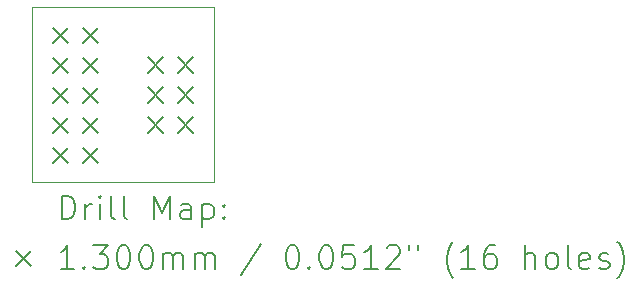
<source format=gbr>
%FSLAX45Y45*%
G04 Gerber Fmt 4.5, Leading zero omitted, Abs format (unit mm)*
G04 Created by KiCad (PCBNEW (6.0.0)) date 2022-02-12 15:45:22*
%MOMM*%
%LPD*%
G01*
G04 APERTURE LIST*
%TA.AperFunction,Profile*%
%ADD10C,0.100000*%
%TD*%
%ADD11C,0.200000*%
%ADD12C,0.130000*%
G04 APERTURE END LIST*
D10*
X12722860Y-8422640D02*
X14264640Y-8422640D01*
X14264640Y-8422640D02*
X14264640Y-9906000D01*
X14264640Y-9906000D02*
X12722860Y-9906000D01*
X12722860Y-9906000D02*
X12722860Y-8422640D01*
D11*
D12*
X12900440Y-8598940D02*
X13030440Y-8728940D01*
X13030440Y-8598940D02*
X12900440Y-8728940D01*
X12900440Y-8852940D02*
X13030440Y-8982940D01*
X13030440Y-8852940D02*
X12900440Y-8982940D01*
X12900440Y-9106940D02*
X13030440Y-9236940D01*
X13030440Y-9106940D02*
X12900440Y-9236940D01*
X12900440Y-9360940D02*
X13030440Y-9490940D01*
X13030440Y-9360940D02*
X12900440Y-9490940D01*
X12900440Y-9614940D02*
X13030440Y-9744940D01*
X13030440Y-9614940D02*
X12900440Y-9744940D01*
X13154440Y-8598940D02*
X13284440Y-8728940D01*
X13284440Y-8598940D02*
X13154440Y-8728940D01*
X13154440Y-8852940D02*
X13284440Y-8982940D01*
X13284440Y-8852940D02*
X13154440Y-8982940D01*
X13154440Y-9106940D02*
X13284440Y-9236940D01*
X13284440Y-9106940D02*
X13154440Y-9236940D01*
X13154440Y-9360940D02*
X13284440Y-9490940D01*
X13284440Y-9360940D02*
X13154440Y-9490940D01*
X13154440Y-9614940D02*
X13284440Y-9744940D01*
X13284440Y-9614940D02*
X13154440Y-9744940D01*
X13701800Y-8850400D02*
X13831800Y-8980400D01*
X13831800Y-8850400D02*
X13701800Y-8980400D01*
X13701800Y-9104400D02*
X13831800Y-9234400D01*
X13831800Y-9104400D02*
X13701800Y-9234400D01*
X13701800Y-9358400D02*
X13831800Y-9488400D01*
X13831800Y-9358400D02*
X13701800Y-9488400D01*
X13955800Y-8850400D02*
X14085800Y-8980400D01*
X14085800Y-8850400D02*
X13955800Y-8980400D01*
X13955800Y-9104400D02*
X14085800Y-9234400D01*
X14085800Y-9104400D02*
X13955800Y-9234400D01*
X13955800Y-9358400D02*
X14085800Y-9488400D01*
X14085800Y-9358400D02*
X13955800Y-9488400D01*
D11*
X12975479Y-10221476D02*
X12975479Y-10021476D01*
X13023098Y-10021476D01*
X13051669Y-10031000D01*
X13070717Y-10050048D01*
X13080241Y-10069095D01*
X13089765Y-10107190D01*
X13089765Y-10135762D01*
X13080241Y-10173857D01*
X13070717Y-10192905D01*
X13051669Y-10211952D01*
X13023098Y-10221476D01*
X12975479Y-10221476D01*
X13175479Y-10221476D02*
X13175479Y-10088143D01*
X13175479Y-10126238D02*
X13185003Y-10107190D01*
X13194527Y-10097667D01*
X13213574Y-10088143D01*
X13232622Y-10088143D01*
X13299288Y-10221476D02*
X13299288Y-10088143D01*
X13299288Y-10021476D02*
X13289765Y-10031000D01*
X13299288Y-10040524D01*
X13308812Y-10031000D01*
X13299288Y-10021476D01*
X13299288Y-10040524D01*
X13423098Y-10221476D02*
X13404050Y-10211952D01*
X13394527Y-10192905D01*
X13394527Y-10021476D01*
X13527860Y-10221476D02*
X13508812Y-10211952D01*
X13499288Y-10192905D01*
X13499288Y-10021476D01*
X13756431Y-10221476D02*
X13756431Y-10021476D01*
X13823098Y-10164333D01*
X13889765Y-10021476D01*
X13889765Y-10221476D01*
X14070717Y-10221476D02*
X14070717Y-10116714D01*
X14061193Y-10097667D01*
X14042146Y-10088143D01*
X14004050Y-10088143D01*
X13985003Y-10097667D01*
X14070717Y-10211952D02*
X14051669Y-10221476D01*
X14004050Y-10221476D01*
X13985003Y-10211952D01*
X13975479Y-10192905D01*
X13975479Y-10173857D01*
X13985003Y-10154810D01*
X14004050Y-10145286D01*
X14051669Y-10145286D01*
X14070717Y-10135762D01*
X14165955Y-10088143D02*
X14165955Y-10288143D01*
X14165955Y-10097667D02*
X14185003Y-10088143D01*
X14223098Y-10088143D01*
X14242146Y-10097667D01*
X14251669Y-10107190D01*
X14261193Y-10126238D01*
X14261193Y-10183381D01*
X14251669Y-10202429D01*
X14242146Y-10211952D01*
X14223098Y-10221476D01*
X14185003Y-10221476D01*
X14165955Y-10211952D01*
X14346908Y-10202429D02*
X14356431Y-10211952D01*
X14346908Y-10221476D01*
X14337384Y-10211952D01*
X14346908Y-10202429D01*
X14346908Y-10221476D01*
X14346908Y-10097667D02*
X14356431Y-10107190D01*
X14346908Y-10116714D01*
X14337384Y-10107190D01*
X14346908Y-10097667D01*
X14346908Y-10116714D01*
D12*
X12587860Y-10486000D02*
X12717860Y-10616000D01*
X12717860Y-10486000D02*
X12587860Y-10616000D01*
D11*
X13080241Y-10641476D02*
X12965955Y-10641476D01*
X13023098Y-10641476D02*
X13023098Y-10441476D01*
X13004050Y-10470048D01*
X12985003Y-10489095D01*
X12965955Y-10498619D01*
X13165955Y-10622429D02*
X13175479Y-10631952D01*
X13165955Y-10641476D01*
X13156431Y-10631952D01*
X13165955Y-10622429D01*
X13165955Y-10641476D01*
X13242146Y-10441476D02*
X13365955Y-10441476D01*
X13299288Y-10517667D01*
X13327860Y-10517667D01*
X13346908Y-10527190D01*
X13356431Y-10536714D01*
X13365955Y-10555762D01*
X13365955Y-10603381D01*
X13356431Y-10622429D01*
X13346908Y-10631952D01*
X13327860Y-10641476D01*
X13270717Y-10641476D01*
X13251669Y-10631952D01*
X13242146Y-10622429D01*
X13489765Y-10441476D02*
X13508812Y-10441476D01*
X13527860Y-10451000D01*
X13537384Y-10460524D01*
X13546908Y-10479571D01*
X13556431Y-10517667D01*
X13556431Y-10565286D01*
X13546908Y-10603381D01*
X13537384Y-10622429D01*
X13527860Y-10631952D01*
X13508812Y-10641476D01*
X13489765Y-10641476D01*
X13470717Y-10631952D01*
X13461193Y-10622429D01*
X13451669Y-10603381D01*
X13442146Y-10565286D01*
X13442146Y-10517667D01*
X13451669Y-10479571D01*
X13461193Y-10460524D01*
X13470717Y-10451000D01*
X13489765Y-10441476D01*
X13680241Y-10441476D02*
X13699288Y-10441476D01*
X13718336Y-10451000D01*
X13727860Y-10460524D01*
X13737384Y-10479571D01*
X13746908Y-10517667D01*
X13746908Y-10565286D01*
X13737384Y-10603381D01*
X13727860Y-10622429D01*
X13718336Y-10631952D01*
X13699288Y-10641476D01*
X13680241Y-10641476D01*
X13661193Y-10631952D01*
X13651669Y-10622429D01*
X13642146Y-10603381D01*
X13632622Y-10565286D01*
X13632622Y-10517667D01*
X13642146Y-10479571D01*
X13651669Y-10460524D01*
X13661193Y-10451000D01*
X13680241Y-10441476D01*
X13832622Y-10641476D02*
X13832622Y-10508143D01*
X13832622Y-10527190D02*
X13842146Y-10517667D01*
X13861193Y-10508143D01*
X13889765Y-10508143D01*
X13908812Y-10517667D01*
X13918336Y-10536714D01*
X13918336Y-10641476D01*
X13918336Y-10536714D02*
X13927860Y-10517667D01*
X13946908Y-10508143D01*
X13975479Y-10508143D01*
X13994527Y-10517667D01*
X14004050Y-10536714D01*
X14004050Y-10641476D01*
X14099288Y-10641476D02*
X14099288Y-10508143D01*
X14099288Y-10527190D02*
X14108812Y-10517667D01*
X14127860Y-10508143D01*
X14156431Y-10508143D01*
X14175479Y-10517667D01*
X14185003Y-10536714D01*
X14185003Y-10641476D01*
X14185003Y-10536714D02*
X14194527Y-10517667D01*
X14213574Y-10508143D01*
X14242146Y-10508143D01*
X14261193Y-10517667D01*
X14270717Y-10536714D01*
X14270717Y-10641476D01*
X14661193Y-10431952D02*
X14489765Y-10689095D01*
X14918336Y-10441476D02*
X14937384Y-10441476D01*
X14956431Y-10451000D01*
X14965955Y-10460524D01*
X14975479Y-10479571D01*
X14985003Y-10517667D01*
X14985003Y-10565286D01*
X14975479Y-10603381D01*
X14965955Y-10622429D01*
X14956431Y-10631952D01*
X14937384Y-10641476D01*
X14918336Y-10641476D01*
X14899288Y-10631952D01*
X14889765Y-10622429D01*
X14880241Y-10603381D01*
X14870717Y-10565286D01*
X14870717Y-10517667D01*
X14880241Y-10479571D01*
X14889765Y-10460524D01*
X14899288Y-10451000D01*
X14918336Y-10441476D01*
X15070717Y-10622429D02*
X15080241Y-10631952D01*
X15070717Y-10641476D01*
X15061193Y-10631952D01*
X15070717Y-10622429D01*
X15070717Y-10641476D01*
X15204050Y-10441476D02*
X15223098Y-10441476D01*
X15242146Y-10451000D01*
X15251669Y-10460524D01*
X15261193Y-10479571D01*
X15270717Y-10517667D01*
X15270717Y-10565286D01*
X15261193Y-10603381D01*
X15251669Y-10622429D01*
X15242146Y-10631952D01*
X15223098Y-10641476D01*
X15204050Y-10641476D01*
X15185003Y-10631952D01*
X15175479Y-10622429D01*
X15165955Y-10603381D01*
X15156431Y-10565286D01*
X15156431Y-10517667D01*
X15165955Y-10479571D01*
X15175479Y-10460524D01*
X15185003Y-10451000D01*
X15204050Y-10441476D01*
X15451669Y-10441476D02*
X15356431Y-10441476D01*
X15346908Y-10536714D01*
X15356431Y-10527190D01*
X15375479Y-10517667D01*
X15423098Y-10517667D01*
X15442146Y-10527190D01*
X15451669Y-10536714D01*
X15461193Y-10555762D01*
X15461193Y-10603381D01*
X15451669Y-10622429D01*
X15442146Y-10631952D01*
X15423098Y-10641476D01*
X15375479Y-10641476D01*
X15356431Y-10631952D01*
X15346908Y-10622429D01*
X15651669Y-10641476D02*
X15537384Y-10641476D01*
X15594527Y-10641476D02*
X15594527Y-10441476D01*
X15575479Y-10470048D01*
X15556431Y-10489095D01*
X15537384Y-10498619D01*
X15727860Y-10460524D02*
X15737384Y-10451000D01*
X15756431Y-10441476D01*
X15804050Y-10441476D01*
X15823098Y-10451000D01*
X15832622Y-10460524D01*
X15842146Y-10479571D01*
X15842146Y-10498619D01*
X15832622Y-10527190D01*
X15718336Y-10641476D01*
X15842146Y-10641476D01*
X15918336Y-10441476D02*
X15918336Y-10479571D01*
X15994527Y-10441476D02*
X15994527Y-10479571D01*
X16289765Y-10717667D02*
X16280241Y-10708143D01*
X16261193Y-10679571D01*
X16251669Y-10660524D01*
X16242146Y-10631952D01*
X16232622Y-10584333D01*
X16232622Y-10546238D01*
X16242146Y-10498619D01*
X16251669Y-10470048D01*
X16261193Y-10451000D01*
X16280241Y-10422429D01*
X16289765Y-10412905D01*
X16470717Y-10641476D02*
X16356431Y-10641476D01*
X16413574Y-10641476D02*
X16413574Y-10441476D01*
X16394527Y-10470048D01*
X16375479Y-10489095D01*
X16356431Y-10498619D01*
X16642146Y-10441476D02*
X16604050Y-10441476D01*
X16585003Y-10451000D01*
X16575479Y-10460524D01*
X16556431Y-10489095D01*
X16546908Y-10527190D01*
X16546908Y-10603381D01*
X16556431Y-10622429D01*
X16565955Y-10631952D01*
X16585003Y-10641476D01*
X16623098Y-10641476D01*
X16642146Y-10631952D01*
X16651669Y-10622429D01*
X16661193Y-10603381D01*
X16661193Y-10555762D01*
X16651669Y-10536714D01*
X16642146Y-10527190D01*
X16623098Y-10517667D01*
X16585003Y-10517667D01*
X16565955Y-10527190D01*
X16556431Y-10536714D01*
X16546908Y-10555762D01*
X16899289Y-10641476D02*
X16899289Y-10441476D01*
X16985003Y-10641476D02*
X16985003Y-10536714D01*
X16975479Y-10517667D01*
X16956431Y-10508143D01*
X16927860Y-10508143D01*
X16908812Y-10517667D01*
X16899289Y-10527190D01*
X17108812Y-10641476D02*
X17089765Y-10631952D01*
X17080241Y-10622429D01*
X17070717Y-10603381D01*
X17070717Y-10546238D01*
X17080241Y-10527190D01*
X17089765Y-10517667D01*
X17108812Y-10508143D01*
X17137384Y-10508143D01*
X17156431Y-10517667D01*
X17165955Y-10527190D01*
X17175479Y-10546238D01*
X17175479Y-10603381D01*
X17165955Y-10622429D01*
X17156431Y-10631952D01*
X17137384Y-10641476D01*
X17108812Y-10641476D01*
X17289765Y-10641476D02*
X17270717Y-10631952D01*
X17261193Y-10612905D01*
X17261193Y-10441476D01*
X17442146Y-10631952D02*
X17423098Y-10641476D01*
X17385003Y-10641476D01*
X17365955Y-10631952D01*
X17356431Y-10612905D01*
X17356431Y-10536714D01*
X17365955Y-10517667D01*
X17385003Y-10508143D01*
X17423098Y-10508143D01*
X17442146Y-10517667D01*
X17451670Y-10536714D01*
X17451670Y-10555762D01*
X17356431Y-10574810D01*
X17527860Y-10631952D02*
X17546908Y-10641476D01*
X17585003Y-10641476D01*
X17604050Y-10631952D01*
X17613574Y-10612905D01*
X17613574Y-10603381D01*
X17604050Y-10584333D01*
X17585003Y-10574810D01*
X17556431Y-10574810D01*
X17537384Y-10565286D01*
X17527860Y-10546238D01*
X17527860Y-10536714D01*
X17537384Y-10517667D01*
X17556431Y-10508143D01*
X17585003Y-10508143D01*
X17604050Y-10517667D01*
X17680241Y-10717667D02*
X17689765Y-10708143D01*
X17708812Y-10679571D01*
X17718336Y-10660524D01*
X17727860Y-10631952D01*
X17737384Y-10584333D01*
X17737384Y-10546238D01*
X17727860Y-10498619D01*
X17718336Y-10470048D01*
X17708812Y-10451000D01*
X17689765Y-10422429D01*
X17680241Y-10412905D01*
M02*

</source>
